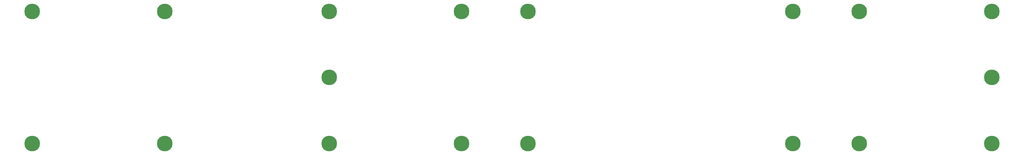
<source format=gbr>
G04 #@! TF.GenerationSoftware,KiCad,Pcbnew,(5.1.2-1)-1*
G04 #@! TF.CreationDate,2020-05-17T12:04:44-05:00*
G04 #@! TF.ProjectId,therick64BASP_top_plate,74686572-6963-46b3-9634-424153505f74,rev?*
G04 #@! TF.SameCoordinates,Original*
G04 #@! TF.FileFunction,Copper,L1,Top*
G04 #@! TF.FilePolarity,Positive*
%FSLAX46Y46*%
G04 Gerber Fmt 4.6, Leading zero omitted, Abs format (unit mm)*
G04 Created by KiCad (PCBNEW (5.1.2-1)-1) date 2020-05-17 12:04:44*
%MOMM*%
%LPD*%
G04 APERTURE LIST*
%ADD10C,4.500000*%
G04 APERTURE END LIST*
D10*
X340100000Y-99180000D03*
X340100000Y-61180000D03*
X207100000Y-99180000D03*
X283100000Y-99180000D03*
X207100000Y-61180000D03*
X283100000Y-61180000D03*
X150100000Y-99180000D03*
X150100000Y-61180000D03*
X102980000Y-99180000D03*
X64980000Y-99180000D03*
X102980000Y-61180000D03*
X64980000Y-61180000D03*
X340100000Y-80180000D03*
X302100000Y-99180000D03*
X302100000Y-61180000D03*
X188100000Y-99180000D03*
X188100000Y-61180000D03*
X150100000Y-80180000D03*
M02*

</source>
